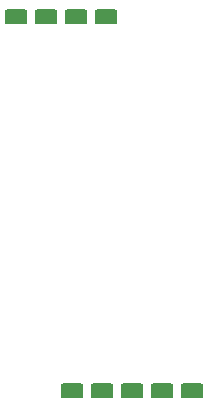
<source format=gbr>
%TF.GenerationSoftware,KiCad,Pcbnew,9.0.1*%
%TF.CreationDate,2025-04-21T23:45:21+05:30*%
%TF.ProjectId,L-1,4c2d312e-6b69-4636-9164-5f7063625858,rev?*%
%TF.SameCoordinates,Original*%
%TF.FileFunction,Paste,Top*%
%TF.FilePolarity,Positive*%
%FSLAX46Y46*%
G04 Gerber Fmt 4.6, Leading zero omitted, Abs format (unit mm)*
G04 Created by KiCad (PCBNEW 9.0.1) date 2025-04-21 23:45:21*
%MOMM*%
%LPD*%
G01*
G04 APERTURE LIST*
G04 Aperture macros list*
%AMRoundRect*
0 Rectangle with rounded corners*
0 $1 Rounding radius*
0 $2 $3 $4 $5 $6 $7 $8 $9 X,Y pos of 4 corners*
0 Add a 4 corners polygon primitive as box body*
4,1,4,$2,$3,$4,$5,$6,$7,$8,$9,$2,$3,0*
0 Add four circle primitives for the rounded corners*
1,1,$1+$1,$2,$3*
1,1,$1+$1,$4,$5*
1,1,$1+$1,$6,$7*
1,1,$1+$1,$8,$9*
0 Add four rect primitives between the rounded corners*
20,1,$1+$1,$2,$3,$4,$5,0*
20,1,$1+$1,$4,$5,$6,$7,0*
20,1,$1+$1,$6,$7,$8,$9,0*
20,1,$1+$1,$8,$9,$2,$3,0*%
G04 Aperture macros list end*
%ADD10RoundRect,0.190500X-0.762000X-0.444500X0.762000X-0.444500X0.762000X0.444500X-0.762000X0.444500X0*%
G04 APERTURE END LIST*
D10*
%TO.C,U1*%
X83190000Y-60300000D03*
X85730000Y-60300000D03*
X88270000Y-60300000D03*
X90810000Y-60300000D03*
%TD*%
%TO.C,U2*%
X87920000Y-91920000D03*
X90460000Y-91920000D03*
X93000000Y-91920000D03*
X95540000Y-91920000D03*
X98080000Y-91920000D03*
%TD*%
M02*

</source>
